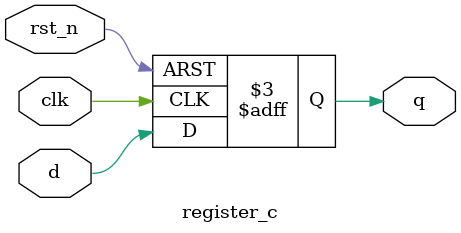
<source format=v>

module counter
#(
    parameter WIDTH = 1
)(
    input                  clk,
    input                  rst_n,
    output reg [WIDTH-1:0] cntr
);
    always @ (posedge clk or negedge rst_n)
        if (!rst_n)
            cntr <= 0;
        else
            cntr <= cntr + 1;
endmodule

module counter_block
#(
    parameter WIDTH = 1
)(
    input              clk,
    input              rst_n,
    output [WIDTH-1:0] cntr
);
    wire [WIDTH-1:0] cntr_nx = cntr + 1;
    register_c #(WIDTH) r_cntr (clk, rst_n, cntr_nx, cntr);

endmodule

module register_c
#(
    parameter WIDTH = 1
)(
    input                  clk,
    input                  rst_n,
    input      [WIDTH-1:0] d,
    output reg [WIDTH-1:0] q
);

    always @ (posedge clk or negedge rst_n)
        if (!rst_n)
            q <= 0;
        else
            q <= d;
 
endmodule

</source>
